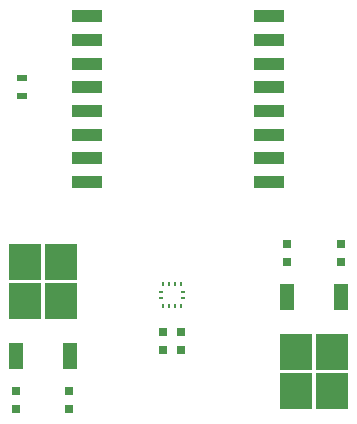
<source format=gtp>
G04 #@! TF.FileFunction,Paste,Top*
%FSLAX46Y46*%
G04 Gerber Fmt 4.6, Leading zero omitted, Abs format (unit mm)*
G04 Created by KiCad (PCBNEW 4.0.7) date Sun Dec 17 13:28:59 2017*
%MOMM*%
%LPD*%
G01*
G04 APERTURE LIST*
%ADD10C,0.100000*%
%ADD11R,0.250000X0.400000*%
%ADD12R,0.400000X0.250000*%
%ADD13R,0.750000X0.800000*%
%ADD14R,0.800000X0.750000*%
%ADD15R,0.900000X0.500000*%
%ADD16R,1.200000X2.200000*%
%ADD17R,2.750000X3.050000*%
%ADD18R,2.500000X1.100000*%
G04 APERTURE END LIST*
D10*
D11*
X56000000Y-65725000D03*
D12*
X55825000Y-64550000D03*
X55825000Y-65050000D03*
X57675000Y-64550000D03*
X57675000Y-65050000D03*
D11*
X57500000Y-65725000D03*
X57000000Y-65725000D03*
X56500000Y-65725000D03*
X56000000Y-63875000D03*
X56500000Y-63875000D03*
X57000000Y-63875000D03*
X57500000Y-63875000D03*
D13*
X43500000Y-74500000D03*
X43500000Y-73000000D03*
X71000000Y-60500000D03*
X71000000Y-62000000D03*
X66500000Y-60500000D03*
X66500000Y-62000000D03*
X48000000Y-74500000D03*
X48000000Y-73000000D03*
D14*
X56000000Y-68000000D03*
X57500000Y-68000000D03*
X56000000Y-69500000D03*
X57500000Y-69500000D03*
D15*
X44000000Y-48000000D03*
X44000000Y-46500000D03*
D16*
X71030000Y-65000000D03*
X66470000Y-65000000D03*
D17*
X67225000Y-72975000D03*
X70275000Y-69625000D03*
X70275000Y-72975000D03*
X67225000Y-69625000D03*
D16*
X43500000Y-70000000D03*
X48060000Y-70000000D03*
D17*
X47305000Y-62025000D03*
X44255000Y-65375000D03*
X44255000Y-62025000D03*
X47305000Y-65375000D03*
D18*
X49550000Y-41250000D03*
X49550000Y-43250000D03*
X49550000Y-45250000D03*
X49550000Y-47250000D03*
X49550000Y-49250000D03*
X49550000Y-51250000D03*
X49550000Y-53250000D03*
X49550000Y-55250000D03*
X64950000Y-55250000D03*
X64950000Y-53250000D03*
X64950000Y-51250000D03*
X64950000Y-49250000D03*
X64950000Y-47250000D03*
X64950000Y-45250000D03*
X64950000Y-43250000D03*
X64950000Y-41250000D03*
M02*

</source>
